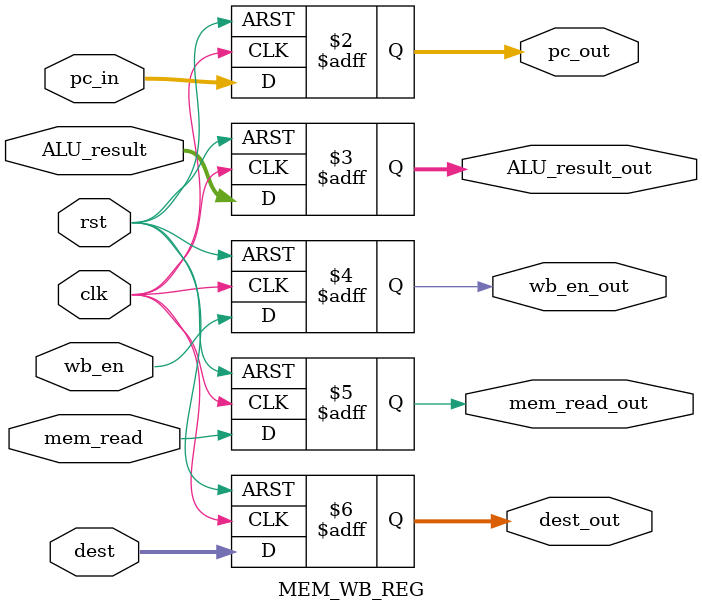
<source format=v>
module MEM_WB_REG(
	input clk,
	input rst,
	input [31:0] pc_in,
	input [31:0] ALU_result, 
	input wb_en,
	input mem_read,
	input [4:0] dest,
	output reg[31:0] pc_out,
	output reg[31:0] ALU_result_out,
	output reg wb_en_out,
	output reg mem_read_out,
	output reg [4:0] dest_out
);

	always@(posedge clk, posedge rst) begin
		if(rst) begin
			pc_out <= 32'b0;
			ALU_result_out <= 32'b0;
			wb_en_out <= 1'b0;
			mem_read_out <= 1'b0;
			dest_out <= 5'b0;
		end
		else begin
			pc_out <= pc_in;
			ALU_result_out <= ALU_result;
			wb_en_out <= wb_en;
			mem_read_out <= mem_read;
			dest_out <= dest;
		end
	end

endmodule
</source>
